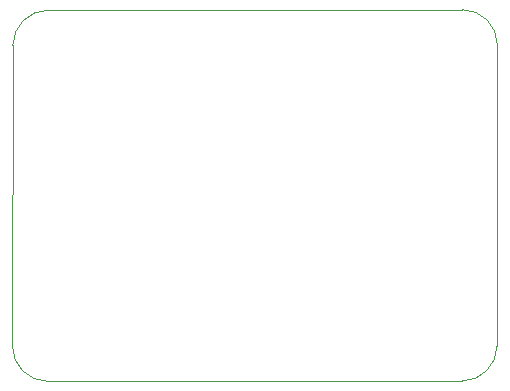
<source format=gbr>
%TF.GenerationSoftware,KiCad,Pcbnew,8.0.8*%
%TF.CreationDate,2025-02-20T15:14:10+05:30*%
%TF.ProjectId,Testing_1,54657374-696e-4675-9f31-2e6b69636164,rev?*%
%TF.SameCoordinates,Original*%
%TF.FileFunction,Profile,NP*%
%FSLAX46Y46*%
G04 Gerber Fmt 4.6, Leading zero omitted, Abs format (unit mm)*
G04 Created by KiCad (PCBNEW 8.0.8) date 2025-02-20 15:14:10*
%MOMM*%
%LPD*%
G01*
G04 APERTURE LIST*
%TA.AperFunction,Profile*%
%ADD10C,0.050000*%
%TD*%
G04 APERTURE END LIST*
D10*
X108469901Y-97780050D02*
G75*
G02*
X105470000Y-94810000I-9901J2990050D01*
G01*
X105500001Y-69340000D02*
G75*
G02*
X108510033Y-66350001I2999999J-10000D01*
G01*
X143540000Y-66300000D02*
G75*
G02*
X146529983Y-69299967I0J-2990000D01*
G01*
X143540000Y-66300000D02*
X108510000Y-66360000D01*
X105500000Y-69340000D02*
X105470000Y-94810000D01*
X146500000Y-94760000D02*
X146529983Y-69299967D01*
X143500000Y-97760000D02*
X108469901Y-97780050D01*
X146500000Y-94760000D02*
G75*
G02*
X143500000Y-97760000I-3000000J0D01*
G01*
M02*

</source>
